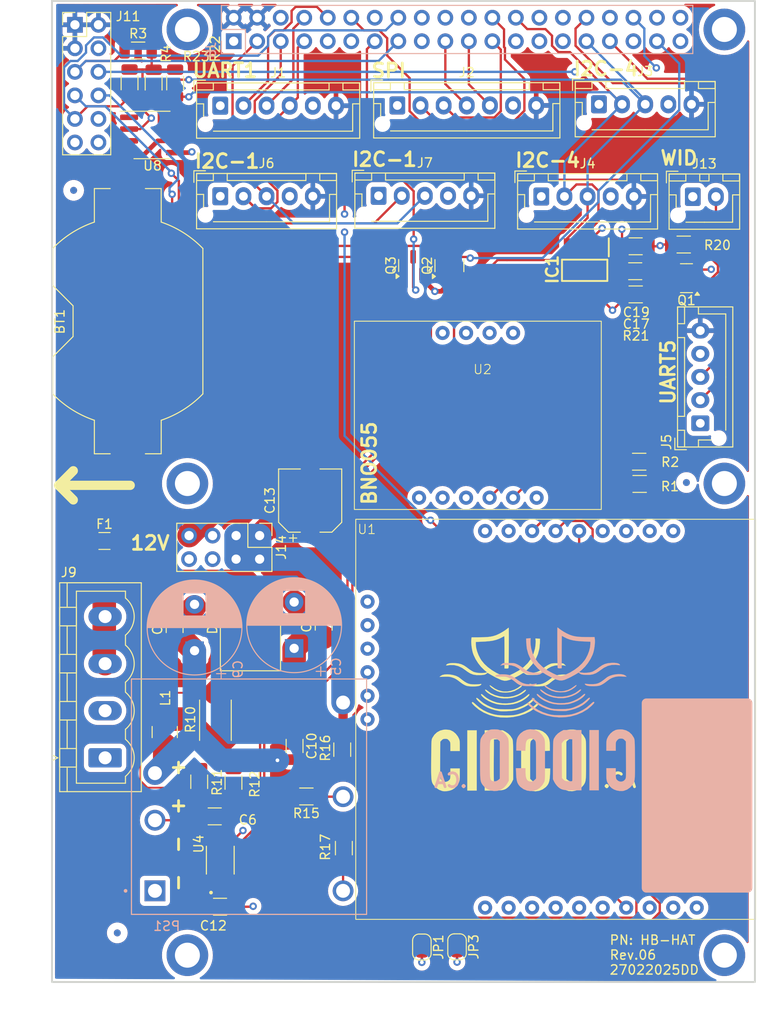
<source format=kicad_pcb>
(kicad_pcb (version 20240108) (generator "pcbnew") (generator_version "8.0")
  (layers (0 "F.Cu" signal) (1 "In1.Cu" signal) (2 "In2.Cu" signal) (31 "B.Cu" signal) (34 "B.Paste" user) (35 "F.Paste" user) (36 "B.SilkS" user "B.Silkscreen") (37 "F.SilkS" user "F.Silkscreen") (38 "B.Mask" user) (39 "F.Mask" user) (44 "Edge.Cuts" user))
  (net 0 "")
  (net 2 "Net-(IC1-VCORE)")
  (net 3 "Net-(D2-A)")
  (net 4 "Red_g")
  (net 5 "SCK4")
  (net 6 "Pwr_Pulse")
  (net 9 "SDA4")
  (net 10 "CE0")
  (net 11 "MOSI")
  (net 12 "MISO")
  (net 14 "Green-g")
  (net 17 "GND")
  (net 18 "U1RX")
  (net 19 "U1TX")
  (net 20 "+3.3V")
  (net 21 "+5V")
  (net 22 "SCLK")
  (net 23 "U2RX")
  (net 24 "SCK1")
  (net 25 "SDA1")
  (net 26 "PPS")
  (net 27 "Net-(JP3-A)")
  (net 32 "U2TX")
  (net 33 "Pwr_off")
  (net 34 "SEN-")
  (net 35 "SEN+")
  (net 39 "Net-(BT1-+)")
  (net 40 "+5P")
  (net 41 "Pwr_mon")
  (net 42 "Net-(R15-Pad2)")
  (net 43 "Net-(J9-Pin_3)")
  (net 44 "Net-(J13-Pin_2)")
  (net 45 "Net-(PS1-VIN)")
  (net 46 "Net-(PS1-TRIM)")
  (net 47 "W_Intrusion")
  (net 48 "Net-(U4-IN-)")
  (net 49 "Net-(U4-IN+)")
  (net 54 "U5TX")
  (net 55 "U5RX")
  (net 56 "Net-(JP1-A)")
  (net 57 "Red")
  (net 58 "Green")
  (net 59 "Signal")
  (footprint "cidco:logo cidco" (layer "F.Cu") (at 151.11 116.52)
    (property "Reference" "logo1" (hide yes))
    (property "Value" "LOGO" (hide yes))
  )
  (footprint "Diode_SMD:D_SMC" (layer "F.Cu") (at 123.01 107.78 90)
    (property "Reference" "D2")
    (property "Value" "B550C")
  )
  (footprint "Fiducial:Fiducial_0.75mm_Mask2.25mm" (layer "F.Cu") (at 103.91 60.84)
    (property "Reference" "FID1" (hide yes))
    (property "Value" "Fiducial" (hide yes))
  )
  (footprint "Capacitor_SMD:C_1206_3216Metric" (layer "F.Cu") (at 119.15 128.4)
    (property "Reference" "C6")
    (property "Value" "0.1uf /50v")
  )
  (footprint "gps-rtk:zed-f9p" (layer "F.Cu") (at 134.385 96.335)
    (property "Reference" "U1")
    (property "Value" "~")
  )
  (footprint "MountingHole:MountingHole_2.7mm_M2.5_ISO7380_Pad" (layer "F.Cu") (at 116.2 143.38)
    (property "Reference" "H4" (hide yes))
    (property "Value" "MountingHole")
  )
  (footprint "Resistor_SMD:R_1206_3216Metric" (layer "F.Cu") (at 169.81 66.69 180)
    (property "Reference" "R20")
    (property "Value" "1k")
  )
  (footprint "Resistor_SMD:R_1206_3216Metric" (layer "F.Cu") (at 110.8775 45.75)
    (property "Reference" "R3")
    (property "Value" "1k")
  )
  (footprint "Resistor_SMD:R_1206_3216Metric" (layer "F.Cu") (at 129.05 126.25 180)
    (property "Reference" "R15")
    (property "Value" "0R")
  )
  (footprint "Battery:BatteryHolder_Keystone_1058_1x2032" (layer "F.Cu") (at 109.76 74.96 -90)
    (property "Reference" "BT1")
    (property "Value" "Battery_Cell")
  )
  (footprint "Resistor_SMD:R_2512_6332Metric" (layer "F.Cu") (at 119.225 118.025 -90)
    (property "Reference" "R10")
    (property "Value" "0.033R/2W")
  )
  (footprint "Capacitor_SMD:C_1206_3216Metric" (layer "F.Cu") (at 127.775 120.8 -90)
    (property "Reference" "C10")
    (property "Value" "4.7nf/2kv")
  )
  (footprint "Capacitor_SMD:CP_Elec_6.3x9.9" (layer "F.Cu") (at 129.46 94.32 90)
    (property "Reference" "C13")
    (property "Value" "DNP" (hide yes))
  )
  (footprint "Capacitor_SMD:C_1206_3216Metric" (layer "F.Cu") (at 130.92 107.595 90)
    (property "Reference" "C7")
    (property "Value" "DNP")
  )
  (footprint "Connector_PinHeader_2.54mm:PinHeader_2x04_P2.54mm_Vertical" (layer "F.Cu") (at 124 98.1 -90)
    (property "Reference" "J14")
    (property "Value" "Conn_02x04_Counter_Clockwise")
  )
  (footprint "Connector_JST:JST_XH_B6B-XH-AM_1x06_P2.50mm_Vertical" (layer "F.Cu") (at 119.75 51.705)
    (property "Reference" "J1")
    (property "Value" "Conn_01x05" (hide yes))
  )
  (footprint "Connector_PinHeader_2.54mm:PinHeader_2x06_P2.54mm_Vertical" (layer "F.Cu") (at 104.05 42.975)
    (property "Reference" "J11")
    (property "Value" "Conn_02x05_Top_Bottom")
  )
  (footprint "Connector_Phoenix_MSTB:PhoenixContact_MSTBVA_2,5_4-G-5,08_1x04_P5.08mm_Vertical" (layer "F.Cu") (at 107.31 122.08 90)
    (property "Reference" "J9")
    (property "Value" "Conn_01x03")
  )
  (footprint "Package_TO_SOT_SMD:SOT-23" (layer "F.Cu") (at 140.58 68.9525 90)
    (property "Reference" "Q3")
    (property "Value" "2N7002")
  )
  (footprint "Fuse:Fuse_1206_3216Metric" (layer "F.Cu") (at 107.24 98.68)
    (property "Reference" "F1")
    (property "Value" "2A")
  )
  (footprint "Connector_JST:JST_XH_B5B-XH-AM_1x05_P2.50mm_Vertical" (layer "F.Cu") (at 160.65 51.555)
    (property "Reference" "J3")
    (property "Value" "Conn_01x05" (hide yes))
  )
  (footprint "MountingHole:MountingHole_2.7mm_M2.5_ISO7380_Pad" (layer "F.Cu") (at 116.2 92.48)
    (property "Reference" "H5" (hide yes))
    (property "Value" "MountingHole")
  )
  (footprint "Resistor_SMD:R_1206_3216Metric" (layer "F.Cu") (at 132.925 121.2 -90)
    (property "Reference" "R16")
    (property "Value" "DNP")
  )
  (footprint "Resistor_SMD:R_1206_3216Metric" (layer "F.Cu") (at 121.175 124.75 90)
    (property "Reference" "R12")
    (property "Value" "100r")
  )
  (footprint "Desktop:SOP50P490X110-10N" (layer "F.Cu") (at 119.75 133.125 90)
    (property "Reference" "U4")
    (property "Value" "INA238AIDGSR")
  )
  (footprint "Resistor_SMD:R_1206_3216Metric" (layer "F.Cu") (at 117.475 124.6625 -90)
    (property "Reference" "R11")
    (property "Value" "100r")
  )
  (footprint "MountingHole:MountingHole_2.7mm_M2.5_ISO7380_Pad" (layer "F.Cu") (at 174.2 43.48)
    (property "Reference" "H3" (hide yes))
    (property "Value" "MountingHole")
  )
  (footprint "Resistor_SMD:R_1206_3216Metric" (layer "F.Cu") (at 165.05 92.525)
    (property "Reference" "R1")
    (property "Value" "4.7k")
  )
  (footprint "KiCad:SOIC127P600X206-8N" (layer "F.Cu") (at 159.11 69.47 -90)
    (property "Reference" "IC1")
    (property "Value" "HIH8130-021-001" (hide yes))
  )
  (footprint "Fiducial:Fiducial_0.75mm_Mask2.25mm" (layer "F.Cu") (at 108.625 140.975)
    (property "Reference" "FID3" (hide yes))
    (property "Value" "Fiducial" (hide yes))
  )
  (footprint "Package_TO_SOT_SMD:SOT-23" (layer "F.Cu") (at 170.1075 70.32 180)
    (property "Reference" "Q1")
    (property "Value" "2N7002")
  )
  (footprint "Jumper:SolderJumper-2_P1.3mm_Open_RoundedPad1.0x1.5mm" (layer "F.Cu") (at 145.325 142.475 -90)
    (property "Reference" "JP3")
    (property "Value" "SolderJumper_2_Open")
  )
  (footprint "Connector_JST:JST_XH_B5B-XH-AM_1x05_P2.50mm_Vertical" (layer "F.Cu") (at 171.6 85.98 90)
    (property "Reference" "J5")
    (property "Value" "Conn_01x06" (hide yes))
  )
  (footprint "Resistor_SMD:R_1206_3216Metric" (layer "F.Cu") (at 164.6225 72.07 180)
    (property "Reference" "R21")
    (property "Value" "1k")
  )
  (footprint "Resistor_SMD:R_1206_3216Metric" (layer "F.Cu") (at 165 90.125)
    (property "Reference" "R2")
    (property "Value" "4.7k")
  )
  (footprint "Capacitor_SMD:C_1206_3216Metric" (layer "F.Cu") (at 119.725 138.15)
    (property "Reference" "C12")
    (property "Value" "100nf")
  )
  (footprint "Connector_JST:JST_XH_B2B-XH-AM_1x02_P2.50mm_Vertical" (layer "F.Cu") (at 170.79 61.53)
    (property "Reference" "J13")
    (property "Value" "Conn_01x06")
  )
  (footprint "Capacitor_SMD:C_1206_3216Metric" (layer "F.Cu") (at 114.82 107.855 90)
    (property "Reference" "C8")
    (property "Value" "10uf/50v")
  )
  (footprint "Jumper:SolderJumper-2_P1.3mm_Open_RoundedPad1.0x1.5mm" (layer "F.Cu") (at 141.525 142.5 -90)
    (property "Reference" "JP1")
    (property "Value" "SolderJumper_2_Open")
  )
  (footprint "Package_TO_SOT_SMD:SOT-23" (layer "F.Cu") (at 144.5 68.9675 90)
    (property "Reference" "Q2")
    (property "Value" "2N7002")
  )
  (footprint "Package_SO:SOIC-8_3.9x4.9mm_P1.27mm" (layer "F.Cu") (at 112.375 54.865)
    (property "Reference" "U8")
    (property "Value" "DS3231MZ")
  )
  (footprint "Connector_JST:JST_XH_B5B-XH-AM_1x05_P2.50mm_Vertical" (layer "F.Cu") (at 119.75 61.48)
    (property "Reference" "J6")
    (property "Value" "Conn_01x05" (hide yes))
  )
  (footprint "Inductor_SMD:L_1210_3225Metric" (layer "F.Cu") (at 113.75 119.3 -90)
    (property "Reference" "L1")
    (property "Value" "22uH/4A")
  )
  (footprint "Fiducial:Fiducial_0.75mm_Mask2.25mm" (layer "F.Cu") (at 170.1 92.375)
    (property "Reference" "FID2" (hide yes))
    (property "Value" "Fiducial" (hide yes))
  )
  (footprint "Resistor_SMD:R_1206_3216Metric" (layer "F.Cu") (at 112.55 49.2875 90)
    (property "Reference" "R23")
    (property "Value" "4.7k")
  )
  (footprint "Capacitor_SMD:C_1206_3216Metric" (layer "F.Cu") (at 164.62 66.88)
    (property "Reference" "C19")
    (property "Value" "0.22uF")
  )
  (footprint "MountingHole:MountingHole_2.7mm_M2.5_ISO7380_Pad" (layer "F.Cu") (at 174.2 143.38)
    (property "Reference" "H2" (hide yes))
    (property "Value" "MountingHole")
  )
  (footprint "Resistor_SMD:R_1206_3216Metric" (layer "F.Cu") (at 133.1 131.825 -90)
    (property "Reference" "R17")
    (property "Value" "169K")
  )
  (footprint "Connector_JST:JST_XH_B5B-XH-AM_1x05_P2.50mm_Vertical" (layer "F.Cu") (at 154.425 61.505)
    (property "Reference" "J4")
    (property "Value" "Conn_01x05" (hide yes))
  )
  (footprint "Connector_JST:JST_XH_B7B-XH-AM_1x07_P2.50mm_Vertical" (layer "F.Cu") (at 138.875 51.68)
    (property "Reference" "J2")
    (property "Value" "Conn_01x07" (hide yes))
  )
  (footprint "imu:bno055" (layer "F.Cu") (at 134.235 74.96)
    (property "Reference" "U2")
    (property "Value" "~")
  )
  (footprint "MountingHole:MountingHole_2.7mm_M2.5_ISO7380_Pad" (layer "F.Cu") (at 174.2 92.48)
    (property "Reference" "H6" (hide yes))
    (property "Value" "MountingHole")
  )
  (footprint "Connector_JST:JST_XH_B5B-XH-AM_1x05_P2.50mm_Vertical" (layer "F.Cu") (at 136.85 61.43)
    (property "Reference" "J7")
    (property "Value" "Conn_01x05" (hide yes))
  )
  (footprint "MountingHole:MountingHole_2.7mm_M2.5_ISO7380_Pad" (layer "F.Cu") (at 116.2 43.48)
    (property "Reference" "H1" (hide yes))
    (property "Value" "MountingHole")
  )
  (footprint "Resistor_SMD:R_1206_3216Metric" (layer "F.Cu") (at 114.875 49.275 90)
    (property "Reference" "R22")
    (property "Value" "4.7k")
  )
  (footprint "Capacitor_SMD:C_1206_3216Metric" (layer "F.Cu") (at 164.57 69.57)
    (property "Reference" "C17")
    (property "Value" "100nF")
  )
  (footprint "Resistor_SMD:R_1206_3216Metric" (layer "F.Cu") (at 109.95 49.2625 90)
    (property "Reference" "R4")
    (property "Value" "1k")
  )
  (footprint "Capacitor_THT:CP_Radial_D10.0mm_P5.00mm" (layer "B.Cu") (at 127.73 110.27 90)
    (property "Reference" "C5")
    (property "Value" "150uf/50v")
  )
  (footprint "cidco:logo cidco" (layer "B.Cu") (at 155.966922 116.494943 180)
    (property "Reference" "logo1" (hide yes))
    (property "Value" "LOGO" (hide yes))
  )
  (footprint "Desktop:CONV_PDQE20-Q24-S5-D" (layer "B.Cu") (at 122.855 126.275)
    (property "Reference" "PS1")
    (property "Value" "REC20K-2405SZ")
  )
  (footprint "Fiducial:Fiducial_0.75mm_Mask2.25mm" (layer "B.Cu") (at 170.1 92.375 180)
    (property "Reference" "FID4" (hide yes))
    (property "Value" "Fiducial")
  )
  (footprint "Connector_PinSocket_2.54mm:PinSocket_2x20_P2.54mm_Vertical" (layer "B.Cu") (at 121.2 44.75 -90)
    (property "Reference" "J8")
    (property "Value" "Raspberry_Pi_2_3" (hide yes))
  )
  (footprint "Capacitor_THT:CP_Radial_D10.0mm_P5.00mm" (layer "B.Cu") (at 116.97 110.52 90)
    (property "Reference" "C9")
    (property "Value" "47uf/50v")
  )
  (footprint "Fiducial:Fiducial_0.75mm_Mask2.25mm" (layer "B.Cu") (at 108.625 140.975 180)
    (property "Reference" "FID6" (hide yes))
    (property "Value" "Fiducial")
  )
  (footprint "Fiducial:Fiducial_0.75mm_Mask2.25mm" (layer "B.Cu") (at 103.91 60.84 180)
    (property "Reference" "FID5" (hide yes))
    (property "Value" "Fiducial")
  )
  (gr_rect (start 165.775 116.175) (end 176.725 136.125) (stroke (width 1)) (fill solid) (layer "B.SilkS"))
  (gr_line (start 102.3 92.675) (end 103.875 94.25) (stroke (width 1)) (layer "F.SilkS"))
  (gr_line (start 110.025 92.675) (end 102.3 92.675) (stroke (width 1)) (layer "F.SilkS"))
  (gr_line (start 103.875 91.1) (end 102.3 92.675) (stroke (width 1)) (layer "F.SilkS"))
  (gr_rect (start 101.575 40.4) (end 177.5 146.275) (stroke (width 0.2)) (fill none) (layer "Edge.Cuts"))
  (gr_text ".CA" (at 146.59 125.4 0) (layer "B.SilkS") (effects (font (size 1.5 1.5) (thickness 0.3) (bold yes)) (justify left bottom mirror)))
  (gr_text "BNO055" (at 136.725 94.95 90) (layer "F.SilkS") (effects (font (size 1.5 1.5) (thickness 0.3) (bold yes)) (justify left bottom)))
  (gr_text "WID" (at 167.14 58.23 0) (layer "F.SilkS") (effects (font (size 1.5 1.5) (thickness 0.3) (bold yes)) (justify left bottom)))
  (gr_text "UART5" (at 168.99 84.12 90) (layer "F.SilkS") (effects (font (size 1.5 1.5) (thickness 0.3) (bold yes)) (justify left bottom)))
  (gr_text "I2C-1" (at 116.825 58.575 0) (layer "F.SilkS") (effects (font (size 1.5 1.5) (thickness 0.3) (bold yes)) (justify left bottom)))
  (gr_text "I2C-4" (at 157.75 48.6 0) (layer "F.SilkS") (effects (font (size 1.5 1.5) (thickness 0.3) (bold yes)) (justify left bottom)))
  (gr_text "I2C-4" (at 151.45 58.475 0) (layer "F.SilkS") (effects (font (size 1.5 1.5) (thickness 0.3) (bold yes)) (justify left bottom)))
  (gr_text "UART1" (at 116.6 48.775 0) (layer "F.SilkS") (effects (font (size 1.5 1.5) (thickness 0.3) (bold yes)) (justify left bottom)))
  (gr_text ".CA" (at 160.94 125.4 0) (layer "F.SilkS") (effects (font (size 1.5 1.5) (thickness 0.3) (bold yes)) (justify left bottom)))
  (gr_text "SPI" (at 135.925 48.8 0) (layer "F.SilkS") (effects (font (size 1.5 1.5) (thickness 0.3) (bold yes)) (justify left bottom)))
  (gr_text "12V" (at 109.9 99.78 0) (layer "F.SilkS") (effects (font (size 1.5 1.5) (thickness 0.3) (bold yes)) (justify left bottom)))
  (gr_text "PN: HB-HAT\nRev.06\n27022025DD" (at 161.725 145.55 0) (layer "F.SilkS") (effects (font (size 1 1)) (justify left bottom)))
  (gr_text "+  +  -  -" (at 114.475 122 270) (layer "F.SilkS") (effects (font (size 1.5 1.5) (thickness 0.3) (bold yes)) (justify left bottom)))
  (gr_text "I2C-1" (at 133.825 58.375 0) (layer "F.SilkS") (effects (font (size 1.5 1.5) (thickness 0.3) (bold yes)) (justify left bottom)))
  (segment (start 161.015 69.755) (end 161.015 66.995) (width 0.25) (layer "F.Cu") (net 2))
  (segment (start 162.055 70.795) (end 161.015 69.755) (width 0.25) (layer "F.Cu") (net 2))
  (segment (start 164.82 70.795) (end 162.055 70.795) (width 0.25) (layer "F.Cu") (net 2))
  (segment (start 166.045 69.57) (end 164.82 70.795) (width 0.25) (layer "F.Cu") (net 2))
  (segment (start 122.5425 103.05) (end 113.01 103.05) (width 2.54) (layer "F.Cu") (net 3))
  (segment (start 113.01 103.05) (end 108.64 98.68) (width 2.54) (layer "F.Cu") (net 3))
  (segment (start 123.83 104.3375) (end 122.5425 103.05) (width 2.54) (layer "F.Cu") (net 3))
  (segment (start 144.5 68.03) (end 146.63 68.03) (width 0.25) (layer "F.Cu") (net 4))
  (segment (start 146.63 68.03) (end 146.75 68.15) (width 0.25) (layer "F.Cu") (net 4))
  (segment (start 146.75 68.348408) (end 146.75 68.15) (width 0.25) (layer "F.Cu") (net 4))
  (via (at 146.75 68.15) (size 0.8) (drill 0.4) (layers "F.Cu" "B.Cu") (net 4))
  (segment (start 169.325 47.155) (end 169.325 52.166701) (width 0.25) (layer "B.Cu") (net 4))
  (segment (start 154.566701 68.15) (end 146.75 68.15) (width 0.25) (layer "B.Cu") (net 4))
  (segment (start 169.325 52.166701) (end 160.6 60.891701) (width 0.25) (layer "B.Cu") (net 4))
  (segment (start 160.6 62.116701) (end 154.566701 68.15) (width 0.25) (layer "B.Cu") (net 4))
  (segment (start 166.92 44.75) (end 169.325 47.155) (width 0.25) (layer "B.Cu") (net 4))
  (segment (start 160.6 60.891701) (end 160.6 62.116701) (width 0.25) (layer "B.Cu") (net 4))
  (segment (start 134.02 110.99) (end 134.02 92.24) (width 0.25) (layer "F.Cu") (net 5))
  (segment (start 158.475 66.995) (end 158.475 67.62) (width 0.25) (layer "F.Cu") (net 5))
  (segment (start 160.6 60.893299) (end 160.6 64.165) (width 0.25) (layer "F.Cu") (net 5))
  (segment (start 152.91 43.44) (end 151.68 42.21) (width 0.25) (layer "F.Cu") (net 5))
  (segment (start 158.475 66.995) (end 158.475 66.29) (width 0.25) (layer "F.Cu") (net 5))
  (segment (start 134.02 92.24) (end 145 81.26) (width 0.25) (layer "F.Cu") (net 5))
  (segment (start 145 75) (end 150.365 69.635) (width 0.25) (layer "F.Cu") (net 5))
  (segment (start 114.875 50.7375) (end 114.875 52.935) (width 0.25) (layer "F.Cu") (net 5))
  (segment (start 158.225 60.205) (end 159.911701 60.205) (width 0.25) (layer "F.Cu") (net 5))
  (segment (start 120.75 135.275) (end 120.75 133.075) (width 0.25) (layer "F.Cu") (net 5))
  (segment (start 154.87 43.44) (end 152.91 43.44) (width 0.25) (layer "F.Cu") (net 5))
  (segment (start 158.475 67.62) (end 156.46 69.635) (width 0.25) (layer "F.Cu") (net 5))
  (segment (start 124.5 120.51) (end 134.02 110.99) (width 0.25) (layer "F.Cu") (net 5))
  (segment (start 145 81.26) (end 145 75) (width 0.25) (layer "F.Cu") (net 5))
  (segment (start 124.5 129.325) (end 124.5 120.51) (width 0.25) (layer "F.Cu") (net 5))
  (segment (start 155.585 44.155) (end 154.87 43.44) (width 0.25) (layer "F.Cu") (net 5))
  (segment (start 157.52 45.925) (end 156.273299 45.925) (width 0.25) (layer "F.Cu") (net 5))
  (segment (start 114.875 52.935) (end 114.85 52.96) (width 0.25) (layer "F.Cu") (net 5))
  (segment (start 159.911701 60.205) (end 160.6 60.893299) (width 0.25) (layer "F.Cu") (net 5))
  (segment (start 158.475 66.29) (end 160.6 64.165) (width 0.25) (layer "F.Cu") (net 5))
  (segment (start 114.875 50.7375) (end 116.3375 50.7375) (width 0.25) (layer "F.Cu") (net 5))
  (segment (start 150.365 69.635) (end 150.725 69.635) (width 0.25) (layer "F.Cu") (net 5))
  (segment (start 156.46 69.635) (end 150.725 69.635) (width 0.25) (layer "F.Cu") (net 5))
  (segment (start 163.15 51.555) (end 157.52 45.925) (width 0.25) (layer "F.Cu") (net 5))
  (segment (start 156.273299 45.925) (end 155.585 45.236701) (width 0.25) (layer "F.Cu") (net 5))
  (segment (start 156.925 61.505) (end 158.225 60.205) (width 0.25) (layer "F.Cu") (net 5))
  (segment (start 155.585 45.236701) (end 155.585 44.155) (width 0.25) (layer "F.Cu") (net 5))
  (segment (start 120.75 133.075) (end 124.5 129.325) (width 0.25) (layer "F.Cu") (net 5))
  (via (at 116.35 50.75) (size 0.8) (drill 0.4) (layers "F.Cu" "B.Cu") (net 5))
  (segment (start 156.925 57.78) (end 163.15 51.555) (width 0.25) (layer "B.Cu") (net 5))
  (segment (start 161.85 50.255) (end 163.15 51.555) (width 0.25) (layer "B.Cu") (net 5))
  (segment (start 156.925 61.505) (end 156.925 57.78) (width 0.25) (layer "B.Cu") (net 5))
  (segment (start 116.35 50.75) (end 116.845 50.255) (width 0.25) (layer "B.Cu") (net 5))
  (segment (start 116.845 50.255) (end 161.85 50.255) (width 0.25) (layer "B.Cu") (net 5))
  (segment (start 105.415 51.77) (end 104.05 53.135) (width 0.25) (layer "F.Cu") (net 6))
  (segment (start 109.95 50.725) (end 108.905 51.77) (width 0.25) (layer "F.Cu") (net 6))
  (segment (start 108.905 51.77) (end 105.415 51.77) (width 0.25) (layer "F.Cu") (net 6))
  (segment (start 106.103299 44.34) (end 105.25 45.193299) (width 0.25) (layer "B.Cu") (net 6))
  (segment (start 125.603299 43.575) (end 124.915 44.263299) (width 0.25) (layer "B.Cu") (net 6))
  (segment (start 103.563299 46.88) (end 102.875 47.568299) (width 0.25) (layer "B.Cu") (net 6))
  (segment (start 102.875 47.568299) (end 102.875 51.96) (width 0.25) (layer "B.Cu") (net 6))
  (segment (start 107.076701 44.34) (end 106.103299 44.34) (width 0.25) (layer "B.Cu") (net 6))
  (segment (start 105.25 45.193299) (end 105.25 45.976701) (width 0.25) (layer "B.Cu") (net 6))
  (segment (start 124.915 45.236701) (end 123.84335 46.308351) (width 0.25) (layer "B.Cu") (net 6))
  (segment (start 104.346701 46.88) (end 103.563299 46.88) (width 0.25) (layer "B.Cu") (net 6))
  (segment (start 124.915 44.263299) (end 124.915 45.236701) (width 0.25) (layer "B.Cu") (net 6))
  (segment (start 102.875 51.96) (end 104.05 53.135) (width 0.25) (layer "B.Cu") (net 6))
  (segment (start 123.84335 46.308351) (end 109.045052 46.308351) (width 0.25) (layer "B.Cu") (net 6))
  (segment (start 138.98 42.21) (end 137.615 43.575) (width 0.25) (layer "B.Cu") (net 6))
  (segment (start 109.045052 46.308351) (end 107.076701 44.34) (width 0.25) (layer "B.Cu") (net 6))
  (segment (start 105.25 45.976701) (end 104.346701 46.88) (width 0.25) (layer "B.Cu") (net 6))
  (segment (start 137.615 43.575) (end 125.603299 43.575) (width 0.25) (layer "B.Cu") (net 6))
  (segment (start 124.05 120.339002) (end 124.050499 120.339501) (width 0.25) (layer "F.Cu") (net 9))
  (segment (start 133.49 92.01) (end 133.49 110.37) (width 0.25) (layer "F.Cu") (net 9))
  (segment (start 112.55 50.75) (end 113.1125 51.3125) (width 0.25) (layer "F.Cu") (net 9))
  (segment (start 157.205 66.995) (end 155.835 68.365) (width 0.25) (layer "F.Cu") (net 9))
  (segment (start 124.05 119.81) (end 124.05 120.339002) (width 0.25) (layer "F.Cu") (net 9))
  (segment (start 159.425 63.815) (end 159.425 61.505) (width 0.25) (layer "F.Cu") (net 9))
  (segment (start 114.4 48.9) (end 112.55 50.75) (width 0.25) (layer "F.Cu") (net 9))
  (segment (start 155.835 68.365) (end 150.725 68.365) (width 0.25) (layer "F.Cu") (net 9))
  (segment (start 113.1125 53.6625) (end 113.68 54.23) (width 0.25) (layer "F.Cu") (net 9))
  (segment (start 124.050499 129.100207) (end 120.25 132.900706) (width 0.25) (layer "F.Cu") (net 9))
  (segment (start 157.205 66.035) (end 159.425 63.815) (width 0.25) (layer "F.Cu") (net 9))
  (segment (start 124.050499 120.339501) (end 124.050499 129.100207) (width 0.25) (layer "F.Cu") (net 9))
  (segment (start 157.205 66.995) (end 157.205 66.035) (width 0.25) (layer "F.Cu") (net 9))
  (segment (start 133.49 110.37) (end 124.05 119.81) (width 0.25) (layer "F.Cu") (net 9))
  (segment (start 113.1125 51.3125) (end 113.1125 53.6625) (width 0.25) (layer "F.Cu") (net 9))
  (segment (start 113.68 54.23) (end 114.85 54.23) (width 0.25) (layer "F.Cu") (net 9))
  (segment (start 149.7 68.365) (end 142.5 75.565) (width 0.25) (layer "F.Cu") (net 9))
  (segment (start 142.5 83) (end 133.49 92.01) (width 0.25) (layer "F.Cu") (net 9))
  (segment (start 142.5 75.565) (end 142.5 83) (width 0.25) (layer "F.Cu") (net 9))
  (segment (start 150.725 68.365) (end 149.7 68.365) (width 0.25) (layer "F.Cu") (net 9))
  (segment (start 120.25 132.900706) (end 120.25 135.275) (width 0.25) (layer "F.Cu") (net 9))
  (segment (start 116.35 48.9) (end 114.4 48.9) (width 0.25) (layer "F.Cu") (net 9))
  (via (at 116.35 48.9) (size 0.8) (drill 0.4) (layers "F.Cu" "B.Cu") (net 9))
  (segment (start 162.995 48.9) (end 165.65 51.555) (width 0.25) (layer "B.Cu") (net 9))
  (segment (start 165.65 51.1) (end 159.3 44.75) (width 0.25) (layer "B.Cu") (net 9))
  (segment (start 159.425 57.78) (end 165.65 51.555) (width 0.25) (layer "B.Cu") (net 9))
  (segment (start 159.425 61.505) (end 159.425 57.78) (width 0.25) (layer "B.Cu") (net 9))
  (segment (start 116.35 48.9) (end 162.995 48.9) (width 0.25) (layer "B.Cu") (net 9))
  (segment (start 151.4122 53.429501) (end 152.6 52.241701) (width 0.25) (layer "F.Cu") (net 10))
  (segment (start 150.5 45.473604) (end 150.4 45.373604) (width 0.25) (layer "F.Cu") (net 10))
  (segment (start 152.6 48.82) (end 150.5 46.72) (width 0.25) (layer "F.Cu") (net 10))
  (segment (start 150.5 46.72) (end 150.5 45.473604) (width 0.25) (layer "F.Cu") (net 10))
  (segment (start 150.4 43.47) (end 149.14 42.21) (width 0.25) (layer "F.Cu") (net 10))
  (segment (start 141.375 51.68) (end 143.124501 53.429501) (width 0.25) (layer "F.Cu") (net 10))
  (segment (start 152.6 52.241701) (end 152.6 48.82) (width 0.25) (layer "F.Cu") (net 10))
  (segment (start 143.124501 53.429501) (end 151.4122 53.429501) (width 0.25) (layer "F.Cu") (net 10))
  (segment (start 150.4 45.373604) (end 150.4 43.47) (width 0.25) (layer "F.Cu") (net 10))
  (segment (start 144.06 49.365) (end 146.375 51.68) (width 0.25) (layer "F.Cu") (net 11))
  (segment (start 144.06 44.75) (end 144.06 49.365) (width 0.25) (layer "F.Cu") (net 11))
  (segment (start 146.6 49.405) (end 148.875 51.68) (width 0.25) (layer "F.Cu") (net 12))
  (segment (start 146.6 44.75) (end 146.6 49.405) (width 0.25) (layer "F.Cu") (net 12))
  (segment (start 136.44 44.75) (end 135.59 45.6) (width 0.25) (layer "F.Cu") (net 14))
  (segment (start 140.58 68.015) (end 140.58 71.32) (width 0.25) (layer "F.Cu") (net 14))
  (segment (start 135.59 55.883299) (end 140.64 60.933299) (width 0.25) (layer "F.Cu") (net 14))
  (segment (start 140.64 60.933299) (end 140.64 66.110571) (width 0.25) (layer "F.Cu") (net 14))
  (segment (start 140.58 71.32) (end 140.86 71.6) (width 0.25) (layer "F.Cu") (net 14))
  (segment (start 135.59 45.6) (end 135.59 55.883299) (width 0.25) (layer "F.Cu") (net 14))
  (via (at 140.64 66.110571) (size 0.8) (drill 0.4) (layers "F.Cu" "B.Cu") (net 14))
  (via (at 140.86 71.6) (size 0.8) (drill 0.4) (layers "F.Cu" "B.Cu") (net 14))
  (segment (start 140.64 71.38) (end 140.86 71.6) (width 0.25) (layer "B.Cu") (net 14))
  (segment (start 140.64 66.110571) (end 140.64 71.38) (width 0.25) (layer "B.Cu") (net 14))
  (segment (start 114.339196 128.815) (end 112.695 128.815) (width 0.25) (layer "F.Cu") (net 17))
  (segment (start 133.015 136.435) (end 133.015 133.3725) (width 0.25) (layer "F.Cu") (net 17))
  (segment (start 114.85 56.77) (end 116.6 56.77) (width 0.5) (layer "F.Cu") (net 17))
  (segment (start 118.75 135.275) (end 118.75 133.225804) (width 0.25) (layer "F.Cu") (net 17))
  (segment (start 109.76 89.64) (end 109.76 91.48) (width 0.5) (layer "F.Cu") (net 17))
  (segment (start 159.745 66.175) (end 161 64.92) (width 0.25) (layer "F.Cu") (net 17))
  (segment (start 163.095 66.93) (end 163.145 66.88) (width 0.25) (layer "F.Cu") (net 17))
  (segment (start 129.46 91.52) (end 122.96 91.52) (width 2.54) (layer "F.Cu") (net 17))
  (segment (start 171.0875 69.3925) (end 172.7475 69.3925) (width 0.25) (layer "F.Cu") (net 17))
  (segment (start 122.96 91.52) (end 116.38 98.1) (width 2.54) (layer "F.Cu") (net 17))
  (segment (start 120.25 132.265016) (end 119.25 133.265016) (width 0.25) (layer "F.Cu") (net 17))
  (segment (start 145.45 69.905) (end 143.615 71.74) (width 0.5) (layer "F.Cu") (net 17))
  (segment (start 163.145 66.88) (end 163.145 65.055) (width 0.25) (layer "F.Cu") (net 17))
  (segment (start 116.6 56.77) (end 116.68 56.69) (width 0.5) (layer "F.Cu") (net 17))
  (segment (start 109.76 91.48) (end 116.38 98.1) (width 0.5) (layer "F.Cu") (net 17))
  (segment (start 118.75 133.225804) (end 114.339196 128.815) (width 0.25) (layer "F.Cu") (net 17))
  (segment (start 163.145 65.055) (end 163.13 65.04) (width 0.25) (layer "F.Cu") (net 17))
  (segment (start 141.53 70.34) (end 142.93 71.74) (width 0.5) (layer "F.Cu") (net 17))
  (segment (start 133.015 133.3725) (end 133.1 133.2875) (width 0.25) (layer "F.Cu") (net 17))
  (segment (start 143.615 71.74) (end 142.93 71.74) (width 0.5) (layer "F.Cu") (net 17))
  (segment (start 120.25 130.975) (end 120.25 132.265016) (width 0.25) (layer "F.Cu") (net 17))
  (segment (start 172.7475 69.3925) (end 172.78 69.36) (width 0.25) (layer "F.Cu") (net 17))
  (segment (start 119.25 137.15) (end 119.25 135.275) (width 0.25) (layer "F.Cu") (net 17))
  (segment (start 128.58 106.12) (end 127.73 105.27) (width 2.54) (layer "F.Cu") (net 17))
  (segment (start 114.82 106.38) (end 116.36 106.38) (width 2.54) (layer "F.Cu") (net 17))
  (segment (start 159.745 66.995) (end 159.745 66.175) (width 0.25) (layer "F.Cu") (net 17))
  (segment (start 141.53 69.89) (end 141.53 70.34) (width 0.5) (layer "F.Cu") (net 17))
  (segment (start 130.92 106.12) (end 128.58 106.12) (width 2.54) (layer "F.Cu") (net 17))
  (segment (start 118.25 138.15) (end 119.25 137.15) (width 0.25) (layer "F.Cu") (net 17))
  (segment (start 163.095 69.57) (end 163.095 66.93) (width 0.25) (layer "F.Cu") (net 17))
  (segment (start 118.75 135.275) (end 119.25 135.275) (width 0.25) (layer "F.Cu") (net 17))
  (segment (start 119.25 133.265016) (end 119.25 135.275) (width 0.25) (layer "F.Cu") (net 17))
  (segment (start 116.36 106.38) (end 116.95 105.79) (width 2.54) (layer "F.Cu") (net 17))
  (via (at 163.13 65.04) (size 0.8) (drill 0.4) (layers "F.Cu" "B.Cu") (net 17))
  (via (at 172.78 69.36) (size 0.8) (drill 0.4) (layers "F.Cu" "B.Cu") (net 17))
  (via (at 161 64.92) (size 0.8) (drill 0.4) (layers "F.Cu" "B.Cu") (net 17))
  (via (at 142.93 71.74) (size 0.8) (drill 0.4) (layers "F.Cu" "B.Cu") (net 17))
  (via (at 116.68 56.69) (size 0.8) (drill 0.4) (layers "F.Cu" "B.Cu") (net 17))
  (segment (start 131.36 42.21) (end 130.185 41.035) (width 0.25) (layer "F.Cu") (net 18))
  (segment (start 127.455 41.47) (end 127.455 42.696701) (width 0.25) (layer "F.Cu") (net 18))
  (segment (start 127.89 41.035) (end 127.455 41.47) (width 0.25) (layer "F.Cu") (net 18))
  (segment (start 125.65 43.575) (end 124.915 44.31) (width 0.25) (layer "F.Cu") (net 18))
  (segment (start 124.915 44.31) (end 124.915 49.04) (width 0.25) (layer "F.Cu") (net 18))
  (segment (start 127.455 42.696701) (end 126.576701 43.575) (width 0.25) (layer "F.Cu") (net 18))
  (segment (start 130.185 41.035) (end 127.89 41.035) (width 0.25) (layer "F.Cu") (net 18))
  (segment (start 126.576701 43.575) (end 125.65 43.575) (width 0.25) (layer "F.Cu") (net 18))
  (segment (start 124.915 49.04) (end 122.25 51.705) (width 0.25) (layer "F.Cu") (net 18))
  (segment (start 128.82 42.21) (end 127.645 43.385) (width 0.25) (layer "F.Cu") (net 19))
  (segment (start 127.645 43.385) (end 127.645 48.81) (width 0.25) (layer "F.Cu") (net 19))
  (segment (start 127.645 48.81) (end 124.75 51.705) (width 0.25) (layer "F.Cu") (net 19))
  (segment (start 161.015 71.945) (end 161.015 72.675) (width 0.25) (layer "F.Cu") (net 20))
  (segment (start 111.35 52.1) (end 111.35 47.8) (width 0.25) (layer "F.Cu") (net 20))
  (segment (start 121.2 138.15) (end 123.25 138.15) (width 0.25) (layer "F.Cu") (net 20))
  (segment (start 166.095 66.88) (end 167.19 66.88) (width 0.25) (layer "F.Cu") (net 20))
  (segment (start 112.34 45.23) (end 112.34 47.8025) (width 0.25) (layer "F.Cu") (net 20))
  (segment (start 156.865499 94.174501) (end 164.862999 94.174501) (width 0.25) (layer "F.Cu") (net 20))
  (segment (start 120.75 130.975) (end 121.15 130.975) (width 0.25) (layer "F.Cu") (net 20))
  (segment (start 121.15 130.975) (end 122.2 129.925) (width 0.25) (layer "F.Cu") (net 20))
  (segment (start 163.16 72.07) (end 163.16 72.74) (width 0.25) (layer "F.Cu") (net 20))
  (segment (start 166.4625 90.125) (end 166.4625 92.475) (width 0.25) (layer "F.Cu") (net 20))
  (segment (start 112.3 53.05) (end 111.35 52.1) (width 0.25) (layer "F.Cu") (net 20))
  (segment (start 110.2 47.8) (end 111.35 47.8) (width 0.25) (layer "F.Cu") (net 20))
  (segment (start 112.525 47.8) (end 112.55 47.825) (width 0.25) (layer "F.Cu") (net 20))
  (segment (start 167.38 66.69) (end 167.26 66.81) (width 0.25) (layer "F.Cu") (net 20))
  (segment (start 161.015 72.675) (end 162.12 73.78) (width 0.25) (layer "F.Cu") (net 20))
  (segment (start 112.3 53.05) (end 111.12 54.23) (width 0.25) (layer "F.Cu") (net 20))
  (segment (start 111.12 54.23) (end 109.9 54.23) (width 0.25) (layer "F.Cu") (net 20))
  (segment (start 166.4625 92.475) (end 166.5125 92.525) (width 0.25) (layer "F.Cu") (net 20))
  (segment (start 111.35 47.8) (end 112.525 47.8) (width 0.25) (layer "F.Cu") (net 20))
  (segment (start 163.16 72.74) (end 162.12 73.78) (width 0.25) (layer "F.Cu") (net 20))
  (segment (start 112.34 47.8025) (end 112.33 47.8125) (width 0.25) (layer "F.Cu") (net 20))
  (segment (start 164.862999 94.174501) (end 166.5125 92.525) (width 0.25) (layer "F.Cu") (net 20))
  (segment (start 153.435 97.605) (end 156.865499 94.174501) (width 0.25) (layer "F.Cu") (net 20))
  (segment (start 168.3475 66.69) (end 167.38 66.69) (width 0.25) (layer "F.Cu") (net 20))
  (segment (start 167.19 66.88) (end 167.26 66.81) (width 0.25) (layer "F.Cu") (net 20))
  (segment (start 112.33 47.8125) (end 114.875 47.8125) (width 0.25) (layer "F.Cu") (net 20))
  (segment (start 123.25 138.15) (end 123.3 138.1) (width 0.25) (layer "F.Cu") (net 20))
  (segment (start 145.06 61.43) (end 144.35 61.43) (width 0.25) (layer "F.Cu") (net 20))
  (via (at 162.12 73.78) (size 0.8) (drill 0.4) (layers "F.Cu" "B.Cu") (net 20))
  (via (at 167.26 66.81) (size 0.8) (drill 0.4) (layers "F.Cu" "B.Cu") (net 20))
  (via (at 123.3 138.1) (size 0.8) (drill 0.4) (layers "F.Cu" "B.Cu") (net 20))
  (via (at 122.2 129.925) (size 0.8) (drill 0.4) (layers "F.Cu" "B.Cu") (net 20))
  (via (at 112.3 53.05) (size 0.8) (drill 0.4) (layers "F.Cu" "B.Cu") (net 20))
  (segment (start 149.14 44.75) (end 150.05 45.66) (width 0.25) (layer "F.Cu") (net 22))
  (segment (start 145.175 52.98) (end 143.875 51.68) (width 0.25) (layer "F.Cu") (net 22))
  (segment (start 150.05 52.291701) (end 149.361701 52.98) (width 0.25) (layer "F.Cu") (net 22))
  (segment (start 150.05 45.66) (end 150.05 52.291701) (width 0.25) (layer "F.Cu") (net 22))
  (segment (start 149.361701 52.98) (end 145.175 52.98) (width 0.25) (layer "F.Cu") (net 22))
  (segment (start 145.325 143.125) (end 145.325 144.125) (width 0.25) (layer "F.Cu") (net 23))
  (via (at 145.325 144.125) (size 0.8) (drill 0.4) (layers "F.Cu" "B.Cu") (net 23))
  (segment (start 125.925 60.868299) (end 125.925 62.091701) (width 0.25) (layer "F.Cu") (net 24))
  (segment (start 139.35 61.43) (end 136.375 64.405) (width 0.25) (layer "F.Cu") (net 24))
  (segment (start 125.236701 62.78) (end 123.55 62.78) (width 0.25) (layer "F.Cu") (net 24))
  (segment (start 123.475 51.193299) (end 123.475 58.418299) (width 0.25) (layer "F.Cu") (net 24))
  (segment (start 125.925 62.091701) (end 125.236701 62.78) (width 0.25) (layer "F.Cu") (net 24))
  (segment (start 123.55 62.78) (end 122.25 61.48) (width 0.25) (layer "F.Cu") (net 24))
  (segment (start 152.865 92.525) (end 163.5875 92.525) (width 0.25) (layer "F.Cu") (net 24))
  (segment (start 151.38 94.01) (end 152.865 92.525) (width 0.25) (layer "F.Cu") (net 24))
  (segment (start 136.375 64.405) (end 125.175 64.405) (width 0.25) (layer "F.Cu") (net 24))
  (segment (start 125.175 64.405) (end 122.25 61.48) (width 0.25) (layer "F.Cu") (net 24))
  (segment (start 123.475 58.418299) (end 125.925 60.868299) (width 0.25) (layer "F.Cu") (net 24))
  (segment (start 126.28 48.388299) (end 123.475 51.193299) (width 0.25) (layer "F.Cu") (net 24))
  (segment (start 126.28 44.75) (end 126.28 48.388299) (width 0.25) (layer "F.Cu") (net 24))
  (segment (start 148.84 94.01) (end 152.725 90.125) (width 0.25) (layer "F.Cu") (net 25))
  (segment (start 121.075 57.805) (end 121.075 47.415) (width 0.25) (layer "F.Cu") (net 25))
  (segment (start 124.75 61.48) (end 121.075 57.805) (width 0.25) (layer "F.Cu") (net 25))
  (segment (start 152.725 90.125) (end 163.5375 90.125) (width 0.25) (layer "F.Cu") (net 25))
  (segment (start 121.075 47.415) (end 123.74 44.75) (width 0.25) (layer "F.Cu") (net 25))
  (segment (start 127.675 64.405) (end 138.875 64.405) (width 0.25) (layer "B.Cu") (net 25))
  (segment (start 124.75 61.48) (end 127.675 64.405) (width 0.25) (layer "B.Cu") (net 25))
  (segment (start 138.875 64.405) (end 141.85 61.43) (width 0.25) (layer "B.Cu") (net 25))
  (segment (start 127.25 51.705) (end 126.125499 52.829501) (width 0.25) (layer "F.Cu") (net 26))
  (segment (start 127.538811 58.849501) (end 130.249501 58.849501) (width 0.25) (layer "F.Cu") (net 26))
  (segment (start 128.125499 45.444501) (end 128.125499 50.829501) (width 0.25) (layer "F.Cu") (net 26))
  (segment (start 130.249501 58.849501) (end 133.175 61.775) (width 0.25) (layer "F.Cu") (net 26))
  (segment (start 126.125499 57.436189) (end 127.538811 58.849501) (width 0.25) (layer "F.Cu") (net 26))
  (segment (start 153.37 128.02) (end 153.37 107.351126) (width 0.25) (layer "F.Cu") (net 26))
  (segment (start 126.125499 52.829501) (end 126.125499 57.436189) (width 0.25) (layer "F.Cu") (net 26))
  (segment (start 133.175 61.775) (end 133.175 63.4) (width 0.25) (layer "F.Cu") (net 26))
  (segment (start 128.125499 50.829501) (end 127.25 51.705) (width 0.25) (layer "F.Cu") (net 26))
  (segment (start 153.37 107.351126) (end 142.459437 96.440563) (width 0.25) (layer "F.Cu") (net 26))
  (segment (start 128.82 44.75) (end 128.125499 45.444501) (width 0.25) (layer "F.Cu") (net 26))
  (segment (start 163.595 138.245) (end 153.37 128.02) (width 0.25) (layer "F.Cu") (net 26))
  (via (at 133.175 63.4) (size 0.8) (drill 0.4) (layers "F.Cu" "B.Cu") (net 26))
  (via (at 133.175 65.35) (size 0.8) (drill 0.4) (layers "F.Cu" "B.Cu") (net 26))
  (via (at 142.459437 96.440563) (size 0.8) (drill 0.4) (layers "F.Cu" "B.Cu") (net 26))
  (segment (start 142.095528 96.440563) (end 142.459437 96.440563) (width 0.25) (layer "B.Cu") (net 26))
  (segment (start 133.175 65.35) (end 133.175 87.332589) (width 0.25) (layer "B.Cu") (net 26))
  (segment (start 136.419501 90.764536) (end 142.095528 96.440563) (width 0.25) (layer "B.Cu") (net 26))
  (segment (start 136.419501 90.577089) (end 136.419501 90.764536) (width 0.25) (layer "B.Cu") (net 26))
  (segment (start 133.175 87.332589) (end 136.419501 90.577089) (width 0.25) (layer "B.Cu") (net 26))
  (segment (start 167.222 138.753) (end 164.15 141.825) (width 0.25) (layer "F.Cu") (net 27))
  (segment (start 159.968 130.540749) (end 167.222 137.794749) (width 0.25) (layer "F.Cu") (net 27))
  (segment (start 157.062 96.518) (end 159.061 96.518) (width 0.25) (layer "F.Cu") (net 27))
  (segment (start 167.222 137.794749) (end 167.222 138.753) (width 0.25) (layer "F.Cu") (net 27))
  (segment (start 159.061 96.518) (end 159.968 97.425) (width 0.25) (layer "F.Cu") (net 27))
  (segment (start 159.968 97.425) (end 159.968 130.540749) (width 0.25) (layer "F.Cu") (net 27))
  (segment (start 155.975 97.605) (end 157.062 96.518) (width 0.25) (layer "F.Cu") (net 27))
  (segment (start 164.15 141.825) (end 145.325 141.825) (width 0.25) (layer "F.Cu") (net 27))
  (segment (start 141.525 143.15) (end 141.525 144.15) (width 0.25) (layer "F.Cu") (net 32))
  (via (at 141.525 144.15) (size 0.8) (drill 0.4) (layers "F.Cu" "B.Cu") (net 32))
  (segment (start 108.285 46.88) (end 109.415 45.75) (width 0.25) (layer "F.Cu") (net 33))
  (segment (start 105.225 46.88) (end 108.285 46.88) (width 0.25) (layer "F.Cu") (net 33))
  (segment (start 104.05 48.055) (end 105.225 46.88) (width 0.25) (layer "F.Cu") (net 33))
  (segment (start 105.225 46.88) (end 136.85 46.88) (width 0.25) (layer "B.Cu") (net 33))
  (segment (start 136.85 46.88) (end 138.98 44.75) (width 0.25) (layer "B.Cu") (net 33))
  (segment (start 104.05 48.055) (end 105.225 46.88) (width 0.25) (layer "B.Cu") (net 33))
  (segment (start 127.73 112.4825) (end 119.225 120.9875) (width 2.54) (layer "F.Cu") (net 34))
  (segment (start 119.225 120.9875) (end 116.1375 117.9) (width 2.54) (layer "F.Cu") (net 34))
  (segment (start 121.175 123.2875) (end 119.225 121.3375) (width 0.2) (layer "F.Cu") (net 34))
  (segment (start 116.1375 117.9) (end 113.75 117.9) (width 2.54) (layer "F.Cu") (net 34))
  (segment (start 127.73 110.27) (end 127.73 112.4825) (width 2.54) (layer "F.Cu") (net 34))
  (segment (start 130.92 109.07) (end 128.93 109.07) (width 2.54) (layer "F.Cu") (net 34))
  (segment (start 128.93 109.07) (end 127.73 110.27) (width 2.54) (layer "F.Cu") (net 34))
  (segment (start 119.225 121.3375) (end 119.225 120.9875) (width 0.2) (layer "F.Cu") (net 34))
  (segment (start 119.75 131.767703) (end 119.467703 132.05) (width 0.2) (layer "F.Cu") (net 35))
  (segment (start 123.83 111.1375) (end 123.15 111.1375) (width 2.54) (layer "F.Cu") (net 35))
  (segment (start 117.475 123.2) (end 115.37 125.305) (width 0.2) (layer "F.Cu") (net 35))
  (segment (start 118.532297 132.05) (end 116.3 129.817703) (width 0.2) (layer "F.Cu") (net 35))
  (segment (start 116.3 124.375) (end 117.475 123.2) (width 0.2) (layer "F.Cu") (net 35))
  (segment (start 115.37 125.305) (end 111.885 125.305) (width 0.2) (layer "F.Cu") (net 35))
  (segment (start 119.75 130.975) (end 119.75 131.767703) (width 0.2) (layer "F.Cu") (net 35))
  (segment (start 111.125 118.125) (end 114.1875 115.0625) (width 0.2) (layer "F.Cu") (net 35))
  (segment (start 123.15 111.1375) (end 119.225 115.0625) (width 2.54) (layer "F.Cu") (net 35))
  (segment (start 111.125 124.545) (end 111.125 118.125) (width 0.2) (layer "F.Cu") (net 35))
  (segment (start 116.3 129.817703) (end 116.3 124.375) (width 0.2) (layer "F.Cu") (net 35))
  (segment (start 114.1875 115.0625) (end 119.225 115.0625) (width 0.2) (layer "F.Cu") (net 35))
  (segment (start 111.885 125.305) (end 111.125 124.545) (width 0.2) (layer "F.Cu") (net 35))
  (segment (start 119.467703 132.05) (end 118.532297 132.05) (width 0.2) (layer "F.Cu") (net 35))
  (segment (start 109.76 58.737684) (end 112.997684 55.5) (width 0.5) (layer "F.Cu") (net 39))
  (segment (start 114.85 55.5) (end 112.997684 55.5) (width 0.5) (layer "F.Cu") (net 39))
  (segment (start 109.76 60.28) (end 109.76 58.737684) (width 0.5) (layer "F.Cu") (net 39))
  (segment (start 133.015 119.6475) (end 132.925 119.7375) (width 1) (layer "F.Cu") (net 40))
  (segment (start 124.98 97.12) (end 124 98.1) (width 2.54) (layer "F.Cu") (net 40))
  (segment (start 129.46 97.12) (end 124.98 97.12) (width 2.54) (layer "F.Cu") (net 40))
  (segment (start 128.1875 119.7375) (end 127.775 119.325) (width 1) (layer "F.Cu") (net 40))
  (segment (start 133.015 116.115) (end 133.015 119.6475) (width 1) (layer "F.Cu") (net 40))
  (segment (start 132.925 119.7375) (end 128.1875 119.7375) (width 1) (layer "F.Cu") (net 40))
  (segment (start 121.46 98.1) (end 121.46 100.64) (width 2.54) (layer "B.Cu") (net 40))
  (segment (start 124 98.1) (end 124 100.64) (width 2.54) (layer "B.Cu") (net 40))
  (segment (start 128.77 100.64) (end 133.015 104.885) (width 2.54) (layer "B.Cu") (net 40))
  (segment (start 121.46 98.1) (end 124 98.1) (width 2.54) (layer "B.Cu") (net 40))
  (segment (start 133.015 104.885) (end 133.015 116.115) (width 2.54) (layer "B.Cu") (net 40))
  (segment (start 121.46 100.64) (end 124 100.64) (width 2.54) (layer "B.Cu") (net 40))
  (segment (start 124 100.64) (end 128.77 100.64) (width 2.54) (layer "B.Cu") (net 40))
  (via (at 166.85 47.625) (size 0.8) (drill 0.4) (layers "F.Cu" "B.Cu") (net 41))
  (via (at 158.05 48.05) (size 0.8) (drill 0.4) (layers "F.Cu" "B.Cu") (net 41))
  (segment (start 106.59 48.055) (end 157.965 48.055) (width 0.25) (layer "B.Cu") (net 41))
  (segment (start 165.555 43.385) (end 165.555 46.33) (width 0.25) (layer "B.Cu") (net 41))
  (segment (start 164.38 42.21) (end 165.555 43.385) (width 0.25) (layer "B.Cu") (net 41))
  (segment (start 165.555 46.33) (end 166.85 47.625) (width 0.25) (layer "B.Cu") (net 41))
  (segment (start 158.05 48.05) (end 157.975 48.055) (width 0.25) (layer "B.Cu") (net 41))
  (segment (start 157.965 48.055) (end 158.05 48.05) (width 0.25) (layer "B.Cu") (net 41))
  (segment (start 157.975 48.055) (end 157.97 48.055) (width 0.25) (layer "B.Cu") (net 41))
  (segment (start 133.1 130.3625) (end 131.7 130.3625) (width 0.25) (layer "F.Cu") (net 42))
  (segment (start 131.175 122.6625) (end 127.5875 126.25) (width 0.25) (layer "F.Cu") (net 42))
  (segment (start 132.925 122.6625) (end 131.175 122.6625) (width 0.25) (layer "F.Cu") (net 42))
  (segment (start 131.7 130.3625) (end 127.5875 126.25) (width 0.25) (layer "F.Cu") (net 42))
  (segment (start 107.22 111.83) (end 107.22 104.43) (width 2.54) (layer "F.Cu") (net 43))
  (segment (start 107.22 104.43) (end 105.84 103.05) (width 2.54) (layer "F.Cu") (net 43))
  (segment (start 105.84 103.05) (end 105.84 98.68) (width 2.54) (layer "F.Cu") (net 43))
  (segment (start 107.31 111.92) (end 107.22 111.83) (width 2.54) (layer "F.Cu") (net 43))
  (segment (start 173.505 69.660305) (end 173.505 68.9225) (width 0.25) (layer "F.Cu") (net 44))
  (segment (start 171.872805 71.2925) (end 173.505 69.660305) (width 0.25) (layer "F.Cu") (net 44))
  (segment (start 173.29 64.6725) (end 171.2725 66.69) (width 0.25) (layer "F.Cu") (net 44))
  (segment (start 173.29 61.53) (end 173.29 64.6725) (width 0.25) (layer "F.Cu") (net 44))
  (segment (start 173.505 68.9225) (end 171.2725 66.69) (width 0.25) (layer "F.Cu") (net 44))
  (segment (start 171.0875 71.2925) (end 171.872805 71.2925) (width 0.25) (layer "F.Cu") (net 44))
  (segment (start 113.75 122.68) (end 112.695 123.735) (width 2.54) (layer "F.Cu") (net 45))
  (segment (start 113.75 120.7) (end 113.75 122.68) (width 2.54) (layer "F.Cu") (net 45))
  (segment (start 126 122.275) (end 125.925 122.35) (width 1) (layer "F.Cu") (net 45))
  (segment (start 115.75 109.33) (end 116.95 110.53) (width 2.54) (layer "F.Cu") (net 45))
  (segment (start 114.82 109.33) (end 115.75 109.33) (width 2.54) (layer "F.Cu") (net 45))
  (segment (start 127.775 122.275) (end 126 122.275) (width 1) (layer "F.Cu") (net 45))
  (via (at 125.925 122.35) (size 0.8) (drill 0.4) (layers "F.Cu" "B.Cu") (net 45))
  (segment (start 125.925 122.35) (end 119.82 122.35) (width 2.54) (layer "B.Cu") (net 45))
  (segment (start 116.95 110.53) (end 116.95 119.48) (width 2.54) (layer "B.Cu") (net 45))
  (segment (start 116.95 119.48) (end 112.695 123.735) (width 2.54) (layer "B.Cu") (net 45))
  (segment (start 119.82 122.35) (end 116.95 119.48) (width 2.54) (layer "B.Cu") (net 45))
  (segment (start 130.5375 126.275) (end 133.015 126.275) (width 0.25) (layer "F.Cu") (net 46))
  (segment (start 130.5125 126.25) (end 130.5375 126.275) (width 0.25) (layer "F.Cu") (net 46))
  (segment (start 136.926701 43.575) (end 137.78 44.428299) (width 0.25) (layer "F.Cu") (net 47))
  (segment (start 169.0125 70.3425) (end 167.8125 70.3425) (width 0.25) (layer "F.Cu") (net 47))
  (segment (start 167.7899 62.0499) (end 167.7899 64.3748) (width 0.25) (layer "F.Cu") (net 47))
  (segment (start 167.7899 64.3748) (end 169.235 65.8199) (width 0.25) (layer "F.Cu") (net 47))
  (segment (start 135.265 43.575) (end 136.926701 43.575) (width 0.25) (layer "F.Cu") (net 47))
  (segment (start 140.2 52.291701) (end 147.608299 59.7) (width 0.25) (layer "F.Cu") (net 47))
  (segment (start 165.44 59.7) (end 167.7899 62.0499) (width 0.25) (layer "F.Cu") (net 47))
  (segment (start 167.8125 70.3425) (end 166.085 72.07) (width 0.25) (layer "F.Cu") (net 47))
  (segment (start 169.235 68.92) (end 167.8125 70.3425) (width 0.25) (layer "F.Cu") (net 47))
  (segment (start 140.2 48.718299) (end 140.2 52.291701) (width 0.25) (layer "F.Cu") (net 47))
  (segment (start 147.608299 59.7) (end 165.44 59.7) (width 0.25) (layer "F.Cu") (net 47))
  (segment (start 133.9 42.21) (end 135.265 43.575) (width 0.25) (layer "F.Cu") (net 47))
  (segment (start 169.235 65.8199) (end 169.235 68.92) (width 0.25) (layer "F.Cu") (net 47))
  (segment (start 137.78 46.298299) (end 140.2 48.718299) (width 0.25) (layer "F.Cu") (net 47))
  (segment (start 137.78 44.428299) (end 137.78 46.298299) (width 0.25) (layer "F.Cu") (net 47))
  (segment (start 119.25 130.146941) (end 119.325499 130.071442) (width 0.25) (layer "F.Cu") (net 48))
  (segment (start 119.325499 129.699501) (end 120.625 128.4) (width 0.25) (layer "F.Cu") (net 48))
  (segment (start 120.625 128.4) (end 120.625 126.7625) (width 0.25) (layer "F.Cu") (net 48))
  (segment (start 119.25 130.975) (end 119.25 130.146941) (width 0.25) (layer "F.Cu") (net 48))
  (segment (start 119.325499 130.071442) (end 119.325499 129.699501) (width 0.25) (layer "F.Cu") (net 48))
  (segment (start 120.625 126.7625) (end 121.175 126.2125) (width 0.25) (layer "F.Cu") (net 48))
  (segment (start 117.675 128.4) (end 117.675 126.325) (width 0.25) (layer "F.Cu") (net 49))
  (segment (start 118.75 129.475) (end 117.675 128.4) (width 0.25) (layer "F.Cu") (net 49))
  (segment (start 118.75 130.975) (end 118.75 129.475) (width 0.25) (layer "F.Cu") (net 49))
  (segment (start 117.675 126.325) (end 117.475 126.125) (width 0.25) (layer "F.Cu") (net 49))
  (segment (start 174.76 52.54) (end 174.76 77.82) (width 0.25) (layer "F.Cu") (net 54))
  (segment (start 158.125 45.236701) (end 162.158299 49.27) (width 0.25) (layer "F.Cu") (net 54))
  (segment (start 174.76 77.82) (end 171.6 80.98) (width 0.25) (layer "F.Cu") (net 54))
  (segment (start 158.125 43.385) (end 158.125 45.236701) (width 0.25) (layer "F.Cu") (net 54))
  (segment (start 159.3 42.21) (end 158.125 43.385) (width 0.25) (layer "F.Cu") (net 54))
  (segment (start 171.49 49.27) (end 174.76 52.54) (width 0.25) (layer "F.Cu") (net 54))
  (segment (start 162.158299 49.27) (end 171.49 49.27) (width 0.25) (layer "F.Cu") (net 54))
  (segment (start 165.89 48.8) (end 172.24 48.8) (width 0.25) (layer "F.Cu") (net 55))
  (segment (start 161.84 44.75) (end 165.89 48.8) (width 0.25) (layer "F.Cu") (net 55))
  (segment (start 172.24 48.8) (end 175.34 51.9) (width 0.25) (layer "F.Cu") (net 55))
  (segment (start 175.34 79.74) (end 171.6 83.48) (width 0.25) (layer "F.Cu") (net 55))
  (segment (start 175.34 51.9) (end 175.34 79.74) (width 0.25) (layer "F.Cu") (net 55))
  (segment (start 144.043 139.332) (end 164.411251 139.332) (width 0.25) (layer "F.Cu") (net 56))
  (segment (start 164.7 135.908439) (end 158.515 129.723439) (width 0.25) (layer "F.Cu") (net 56))
  (segment (start 158.515 129.723439) (end 158.515 97.605) (width 0.25) (layer "F.Cu") (net 56))
  (segment (start 164.7 139.043251) (end 164.7 135.908439) (width 0.25) (layer "F.Cu") (net 56))
  (segment (start 164.411251 139.332) (end 164.7 139.043251) (width 0.25) (layer "F.Cu") (net 56))
  (segment (start 141.525 141.85) (end 144.043 139.332) (width 0.25) (layer "F.Cu") (net 56))
  (segment (start 115.275 59.81) (end 114.465 59) (width 0.25) (layer "F.Cu") (net 57))
  (segment (start 119.241967 66.835571) (end 115.275 62.868604) (width 0.25) (layer "F.Cu") (net 57))
  (segment (start 143.55 69.905) (end 143.55 67.47) (width 0.25) (layer "F.Cu") (net 57))
  (segment (start 143.55 67.47) (end 142.915571 66.835571) (width 0.25) (layer "F.Cu") (net 57))
  (segment (start 115.275 62.868604) (end 115.275 59.81) (width 0.25) (layer "F.Cu") (net 57))
  (segment (start 142.915571 66.835571) (end 119.241967 66.835571) (width 0.25) (layer "F.Cu") (net 57))
  (via (at 114.465 59) (size 0.8) (drill 0.4) (layers "F.Cu" "B.Cu") (net 57))
  (segment (start 114.465 59) (end 114.465 58.895) (width 0.25) (layer "B.Cu") (net 57))
  (segment (start 105.225 51.77) (end 104.05 50.595) (width 0.25) (layer "B.Cu") (net 57))
  (segment (start 107.34 51.77) (end 105.225 51.77) (width 0.25) (layer "B.Cu") (net 57))
  (segment (start 114.465 58.895) (end 107.34 51.77) (width 0.25) (layer "B.Cu") (net 57))
  (segment (start 114.55 62.78) (end 114.55 61.26) (width 0.25) (layer "F.Cu") (net 58))
  (segment (start 119.7925 68.0225) (end 114.55 62.78) (width 0.25) (layer "F.Cu") (net 58))
  (segment (start 139.63 68.69) (end 138.9625 68.0225) (width 0.25) (layer "F.Cu") (net 58))
  (segment (start 138.9625 68.0225) (end 119.7925 68.0225) (width 0.25) (layer "F.Cu") (net 58))
  (segment (start 139.63 69.89) (end 139.63 68.69) (width 0.25) (layer "F.Cu") (net 58))
  (via (at 114.55 61.26) (size 0.8) (drill 0.4) (layers "F.Cu" "B.Cu") (net 58))
  (segment (start 115.19 59.64) (end 115.19 57.992919) (width 0.25) (layer "B.Cu") (net 58))
  (segment (start 114.27 60.56) (end 115.19 59.64) (width 0.25) (layer "B.Cu") (net 58))
  (segment (start 114.27 60.98) (end 114.27 60.56) (width 0.25) (layer "B.Cu") (net 58))
  (segment (start 115.19 57.992919) (end 107.792081 50.595) (width 0.25) (layer "B.Cu") (net 58))
  (segment (start 107.792081 50.595) (end 106.59 50.595) (width 0.25) (layer "B.Cu") (net 58))
  (segment (start 114.55 61.26) (end 114.27 60.98) (width 0.25) (layer "B.Cu") (net 58))
  (zone (net 21) (net_name "+5V") (layer "F.Cu") (priority 2) (connect_pads (clearance 0.5)) (min_thickness 0.25) (fill yes (thermal_gap 0.5) (thermal_bridge_width 0.5))
    (polygon (pts (xy 102.0453 40.725728) (xy 176.8953 40.700728) (xy 176.8203 145.675728) (xy 101.8953 145.650728)))
  )
  (zone (net 21) (net_name "+5V") (layer "B.Cu") (priority 3) (connect_pads (clearance 0.5)) (min_thickness 0.25) (fill yes (thermal_gap 0.5) (thermal_bridge_width 0.5))
    (polygon (pts (xy 102.025 40.725) (xy 176.85 41.125) (xy 176.775 146.225) (xy 101.9 145.925)))
  )
)
</source>
